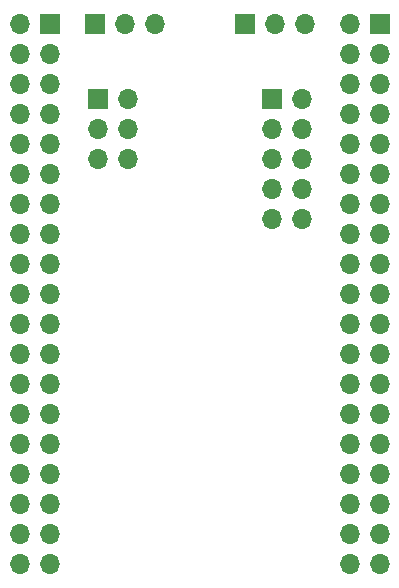
<source format=gbr>
%TF.GenerationSoftware,KiCad,Pcbnew,(5.1.9)-1*%
%TF.CreationDate,2021-09-08T22:52:31+09:00*%
%TF.ProjectId,esp-prog-adator,6573702d-7072-46f6-972d-616461746f72,rev?*%
%TF.SameCoordinates,Original*%
%TF.FileFunction,Soldermask,Top*%
%TF.FilePolarity,Negative*%
%FSLAX46Y46*%
G04 Gerber Fmt 4.6, Leading zero omitted, Abs format (unit mm)*
G04 Created by KiCad (PCBNEW (5.1.9)-1) date 2021-09-08 22:52:31*
%MOMM*%
%LPD*%
G01*
G04 APERTURE LIST*
%ADD10O,1.700000X1.700000*%
%ADD11R,1.700000X1.700000*%
G04 APERTURE END LIST*
D10*
%TO.C,J1*%
X83820000Y-116840000D03*
X86360000Y-116840000D03*
X83820000Y-114300000D03*
X86360000Y-114300000D03*
X83820000Y-111760000D03*
X86360000Y-111760000D03*
X83820000Y-109220000D03*
X86360000Y-109220000D03*
X83820000Y-106680000D03*
X86360000Y-106680000D03*
X83820000Y-104140000D03*
X86360000Y-104140000D03*
X83820000Y-101600000D03*
X86360000Y-101600000D03*
X83820000Y-99060000D03*
X86360000Y-99060000D03*
X83820000Y-96520000D03*
X86360000Y-96520000D03*
X83820000Y-93980000D03*
X86360000Y-93980000D03*
X83820000Y-91440000D03*
X86360000Y-91440000D03*
X83820000Y-88900000D03*
X86360000Y-88900000D03*
X83820000Y-86360000D03*
X86360000Y-86360000D03*
X83820000Y-83820000D03*
X86360000Y-83820000D03*
X83820000Y-81280000D03*
X86360000Y-81280000D03*
X83820000Y-78740000D03*
X86360000Y-78740000D03*
X83820000Y-76200000D03*
X86360000Y-76200000D03*
X83820000Y-73660000D03*
X86360000Y-73660000D03*
X83820000Y-71120000D03*
D11*
X86360000Y-71120000D03*
%TD*%
%TO.C,J5*%
X90170000Y-71120000D03*
D10*
X92710000Y-71120000D03*
X95250000Y-71120000D03*
%TD*%
%TO.C,J6*%
X107950000Y-71120000D03*
X105410000Y-71120000D03*
D11*
X102870000Y-71120000D03*
%TD*%
%TO.C,J2*%
X114300000Y-71120000D03*
D10*
X111760000Y-71120000D03*
X114300000Y-73660000D03*
X111760000Y-73660000D03*
X114300000Y-76200000D03*
X111760000Y-76200000D03*
X114300000Y-78740000D03*
X111760000Y-78740000D03*
X114300000Y-81280000D03*
X111760000Y-81280000D03*
X114300000Y-83820000D03*
X111760000Y-83820000D03*
X114300000Y-86360000D03*
X111760000Y-86360000D03*
X114300000Y-88900000D03*
X111760000Y-88900000D03*
X114300000Y-91440000D03*
X111760000Y-91440000D03*
X114300000Y-93980000D03*
X111760000Y-93980000D03*
X114300000Y-96520000D03*
X111760000Y-96520000D03*
X114300000Y-99060000D03*
X111760000Y-99060000D03*
X114300000Y-101600000D03*
X111760000Y-101600000D03*
X114300000Y-104140000D03*
X111760000Y-104140000D03*
X114300000Y-106680000D03*
X111760000Y-106680000D03*
X114300000Y-109220000D03*
X111760000Y-109220000D03*
X114300000Y-111760000D03*
X111760000Y-111760000D03*
X114300000Y-114300000D03*
X111760000Y-114300000D03*
X114300000Y-116840000D03*
X111760000Y-116840000D03*
%TD*%
D11*
%TO.C,JTAG1*%
X105156000Y-77470000D03*
D10*
X107696000Y-77470000D03*
X105156000Y-80010000D03*
X107696000Y-80010000D03*
X105156000Y-82550000D03*
X107696000Y-82550000D03*
X105156000Y-85090000D03*
X107696000Y-85090000D03*
X105156000Y-87630000D03*
X107696000Y-87630000D03*
%TD*%
D11*
%TO.C,PROG1*%
X90464000Y-77470000D03*
D10*
X93004000Y-77470000D03*
X90464000Y-80010000D03*
X93004000Y-80010000D03*
X90464000Y-82550000D03*
X93004000Y-82550000D03*
%TD*%
M02*

</source>
